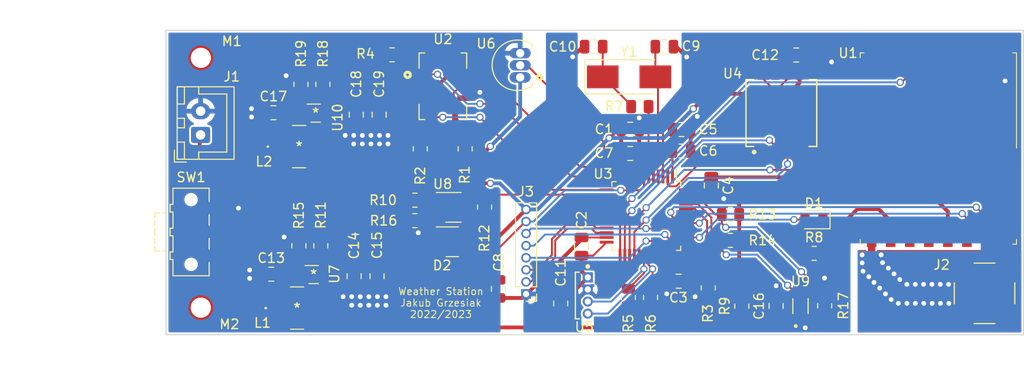
<source format=kicad_pcb>
(kicad_pcb (version 20211014) (generator pcbnew)
  (layers (0 "F.Cu" signal) (31 "B.Cu" signal) (34 "B.Paste" user) (35 "F.Paste" user) (36 "B.SilkS" user "B.Silkscreen") (37 "F.SilkS" user "F.Silkscreen") (38 "B.Mask" user) (39 "F.Mask" user) (44 "Edge.Cuts" user))
  (net 0 "")
  (net 1 "GND")
  (net 2 "+3V3")
  (net 3 "/NRST")
  (net 4 "/HSE_IN")
  (net 5 "Net-(C10-Pad2)")
  (net 6 "Net-(C16-Pad1)")
  (net 7 "+5V")
  (net 8 "Net-(D1-Pad1)")
  (net 9 "/LED")
  (net 10 "Net-(D2-Pad3)")
  (net 11 "+BATT")
  (net 12 "/ANT")
  (net 13 "/SWO")
  (net 14 "/SWCLK")
  (net 15 "/SWDIO")
  (net 16 "Net-(L1-Pad2)")
  (net 17 "Net-(L2-Pad2)")
  (net 18 "Net-(R1-Pad1)")
  (net 19 "Net-(R2-Pad1)")
  (net 20 "/BOOT0")
  (net 21 "Net-(R4-Pad1)")
  (net 22 "/I2C2_SCL")
  (net 23 "/I2C2_SDA")
  (net 24 "/HSE_OUT")
  (net 25 "Net-(R10-Pad2)")
  (net 26 "/ADC1_IN5_BATT")
  (net 27 "/I2C1_SDA")
  (net 28 "/I2C1_SCL")
  (net 29 "Net-(R17-Pad2)")
  (net 30 "/SPI2_MISO")
  (net 31 "/SPI2_MOSI")
  (net 32 "/SPI2_SCK")
  (net 33 "/SPI2_CS1")
  (net 34 "/RFM_RESET")
  (net 38 "/RFM_DIO0")
  (net 39 "/RFM_DIO1")
  (net 41 "/ADC1_IN3_NO2")
  (net 42 "/ADC1_IN4_NH3")
  (net 43 "/ADC1_IN2_CO")
  (net 47 "/ADC1_IN1_TEMP")
  (net 52 "/USART3_TX")
  (net 53 "/USART3_RX")
  (net 60 "/SPI2_CS2")
  (net 61 "/SW_COM")
  (net 62 "/U7_FB")
  (net 63 "/U10_FB")
  (footprint "Connector_PinHeader_1.27mm:PinHeader_1x08_P1.27mm_Vertical" (layer "F.Cu") (at 104.38 81.32 180)
    (fp_text reference "J3")
    (fp_text value "Programming/Debug Connector")
  )
  (footprint "74404043010A:74404043010A" (layer "F.Cu") (at 80.5617 65.83)
    (fp_text reference "L2")
    (fp_text value "1uH 17mR" hide)
  )
  (footprint "Capacitor_SMD:C_0805_2012Metric" (layer "F.Cu") (at 110.2 76.33 -90)
    (fp_text reference "C2")
    (fp_text value "100nF")
  )
  (footprint "RF_Module:HOPERF_RFM69HW" (layer "F.Cu") (at 147.65 66.025 -90)
    (fp_text reference "U1")
    (fp_text value "RFM95W-868S2R")
  )
  (footprint "Resistor_SMD:R_0805_2012Metric" (layer "F.Cu") (at 115.12 81.68 -90)
    (fp_text reference "R5")
    (fp_text value "2k2")
  )
  (footprint "Resistor_SMD:R_0805_2012Metric" (layer "F.Cu") (at 92.7125 73.61 180)
    (fp_text reference "R16")
    (fp_text value "100k")
  )
  (footprint "Capacitor_SMD:C_0805_2012Metric" (layer "F.Cu") (at 101.48 80.785 90)
    (fp_text reference "C8")
    (fp_text value "100nF")
  )
  (footprint "Capacitor_SMD:C_0805_2012Metric" (layer "F.Cu") (at 115.316 66.548 180)
    (fp_text reference "C7")
    (fp_text value "10nF")
  )
  (footprint "Capacitor_SMD:C_0805_2012Metric" (layer "F.Cu") (at 132.725 56.200001 180)
    (fp_text reference "C12")
    (fp_text value "100nF")
  )
  (footprint "Capacitor_SMD:C_0805_2012Metric" (layer "F.Cu") (at 120.7 64.035001 180)
    (fp_text reference "C5")
    (fp_text value "4.7uF")
  )
  (footprint "Resistor_SMD:R_0805_2012Metric" (layer "F.Cu") (at 125.8375 75.6825)
    (fp_text reference "R14")
    (fp_text value "4k7")
  )
  (footprint "TPS61023DRLR:TPS61023DRLR" (layer "F.Cu") (at 82.0844 79.275)
    (fp_text reference "U7")
    (fp_text value "TPS61023DRLR" hide)
  )
  (footprint "74404043010A:74404043010A" (layer "F.Cu") (at 80.3417 82.795)
    (fp_text reference "L1")
    (fp_text value "1uH 17mR" hide)
  )
  (footprint "KP254:Infineon-KP254-Manufacturer_Recommended" (layer "F.Cu") (at 131.175 62.3 90)
    (fp_text reference "U4")
    (fp_text value "KP254" hide)
  )
  (footprint "Resistor_SMD:R_0805_2012Metric" (layer "F.Cu") (at 134.62 77.05 180)
    (fp_text reference "R8")
    (fp_text value "100R")
  )
  (footprint "Resistor_SMD:R_0805_2012Metric" (layer "F.Cu") (at 117.445 81.68 -90)
    (fp_text reference "R6")
    (fp_text value "2k2")
  )
  (footprint "MOLEX_SMA_73251-1350:MOLEX_73251-1350" (layer "F.Cu") (at 152.5 81.25)
    (fp_text reference "J2")
    (fp_text value "SMA Antenna Connector")
  )
  (footprint "MICS-6814:SENSOR_MICS-6814" (layer "F.Cu") (at 95.6525 59.485)
    (fp_text reference "U2")
    (fp_text value "MICS-6814")
  )
  (footprint "Resistor_SMD:R_0805_2012Metric" (layer "F.Cu") (at 116.325 61.625)
    (fp_text reference "R7")
    (fp_text value "390R")
  )
  (footprint "Mounting_Wuerth:Mounting_Wuerth_WA-SMSI-M1.6_H2.5mm_9774025633" (layer "F.Cu") (at 70.25 56.5)
    (fp_text reference "M1")
    (fp_text value "Mounting_Wuerth_WA-SMSI-M1.6_H2.5mm_9774025633")
  )
  (footprint "TMP36GT9Z:TO92127P521H733-3" (layer "F.Cu") (at 102.984508 57.28 90)
    (fp_text reference "U6")
    (fp_text value "TMP36GT9Z" hide)
  )
  (footprint "Package_TO_SOT_SMD:SOT-23" (layer "F.Cu") (at 96.6325 75.83)
    (fp_text reference "D2")
    (fp_text value "BAT54S")
  )
  (footprint "Capacitor_SMD:C_0805_2012Metric" (layer "F.Cu") (at 108.02 82.31 90)
    (fp_text reference "C11")
    (fp_text value "0.22uF")
  )
  (footprint "Package_TO_SOT_SMD:SOT-23-5" (layer "F.Cu") (at 96.7625 72.21)
    (fp_text reference "U8")
    (fp_text value "INA180A1")
  )
  (footprint "Capacitor_SMD:C_0805_2012Metric" (layer "F.Cu") (at 88.74 79.445 -90)
    (fp_text reference "C15")
    (fp_text value "2.2uF 7.77mR")
  )
  (footprint "Resistor_SMD:R_0805_2012Metric" (layer "F.Cu") (at 92.7125 71.46)
    (fp_text reference "R10")
    (fp_text value "100k")
  )
  (footprint "Resistor_SMD:R_0805_2012Metric" (layer "F.Cu") (at 97.99 66.06 -90)
    (fp_text reference "R1")
    (fp_text value "820R")
  )
  (footprint "Capacitor_SMD:C_0805_2012Metric" (layer "F.Cu") (at 120.4 79.975)
    (fp_text reference "C3")
    (fp_text value "100nF")
  )
  (footprint "Resistor_SMD:R_0805_2012Metric" (layer "F.Cu") (at 83.06 59.28 -90)
    (fp_text reference "R18")
    (fp_text value "732k")
  )
  (footprint "Connector_JST:JST_XH_B2B-XH-A_1x02_P2.50mm_Vertical" (layer "F.Cu") (at 70.225 64.6 90)
    (fp_text reference "J1")
    (fp_text value "JST-XH")
  )
  (footprint "Capacitor_SMD:C_0805_2012Metric" (layer "F.Cu") (at 115.316 64.008 180)
    (fp_text reference "C1")
    (fp_text value "100nF")
  )
  (footprint "Resistor_SMD:R_0805_2012Metric" (layer "F.Cu") (at 93.2775 66.06 -90)
    (fp_text reference "R2")
    (fp_text value "27R")
  )
  (footprint "Capacitor_SMD:C_0805_2012Metric" (layer "F.Cu") (at 86.34 79.445 -90)
    (fp_text reference "C14")
    (fp_text value "2.2uF 7.77mR")
  )
  (footprint "Resistor_SMD:R_0805_2012Metric" (layer "F.Cu") (at 125.8375 72.9575)
    (fp_text reference "R13")
    (fp_text value "4k7")
  )
  (footprint "HIH7120-021-001:Honeywell-HIH7120-021-001-Recommended_Land_Pattern_" (layer "F.Cu") (at 110.51 81.475 -90)
    (fp_text reference "U5")
    (fp_text value "HIH6020-021-001" hide)
  )
  (footprint "Capacitor_SMD:C_0805_2012Metric" (layer "F.Cu") (at 130.625 82.5775 90)
    (fp_text reference "C16")
    (fp_text value "0.1uF")
  )
  (footprint "Capacitor_SMD:C_0805_2012Metric" (layer "F.Cu") (at 88.96 62.48 -90)
    (fp_text reference "C19")
    (fp_text value "2.2uF 7.77mR" hide)
  )
  (footprint "Resistor_SMD:R_0805_2012Metric" (layer "F.Cu") (at 127.024999 82.5975 90)
    (fp_text reference "R9")
    (fp_text value "1k")
  )
  (footprint "Capacitor_SMD:C_0805_2012Metric" (layer "F.Cu") (at 86.56 62.48 -90)
    (fp_text reference "C18")
    (fp_text value "2.2uF 7.77mR" hide)
  )
  (footprint "Capacitor_SMD:C_0805_2012Metric" (layer "F.Cu") (at 111.475 55.325)
    (fp_text reference "C10")
    (fp_text value "20pF")
  )
  (footprint "Capacitor_SMD:C_0805_2012Metric" (layer "F.Cu") (at 123.825 69.925 90)
    (fp_text reference "C4")
    (fp_text value "100nF")
  )
  (footprint "TPS61023DRLR:TPS61023DRLR" (layer "F.Cu") (at 82.3044 62.31)
    (fp_text reference "U10")
    (fp_text value "TPS61023DRLR" hide)
  )
  (footprint "Package_QFP:LQFP-48_7x7mm_P0.5mm" (layer "F.Cu") (at 117 73.125 -90)
    (fp_text reference "U3")
    (fp_text value "STM32F301C8T6TR")
  )
  (footprint "Capacitor_SMD:C_0805_2012Metric" (layer "F.Cu") (at 77.86 62.27 180)
    (fp_text reference "C17")
    (fp_text value "10uF 3mR" hide)
  )
  (footprint "Capacitor_SMD:C_0805_2012Metric" (layer "F.Cu") (at 120.7 66.295001 180)
    (fp_text reference "C6")
    (fp_text value "1uF")
  )
  (footprint "Mounting_Wuerth:Mounting_Wuerth_WA-SMSI-M1.6_H2.5mm_9774025633" (layer "F.Cu") (at 70.25 82.75)
    (fp_text reference "M2")
    (fp_text value "Mounting_Wuerth_WA-SMSI-M1.6_H2.5mm_9774025633")
  )
  (footprint "Resistor_SMD:R_0805_2012Metric" (layer "F.Cu") (at 80.76 59.28 90)
    (fp_text reference "R19")
    (fp_text value "100k")
  )
  (footprint "Button_Switch_SMD:SW_SPDT_CK-JS102011SAQN" (layer "F.Cu") (at 69.225 74.8 -90)
    (fp_text reference "SW1")
    (fp_text value "SW_MAIN_PWR")
  )
  (footprint "Resistor_SMD:R_0805_2012Metric" (layer "F.Cu") (at 123.5 80.675 90)
    (fp_text reference "R3")
    (fp_text value "10k")
  )
  (footprint "Crystal:Crystal_SMD_Abracon_ABM3-2Pin_5.0x3.2mm_HandSoldering" (layer "F.Cu") (at 115.1875 58.5)
    (fp_text reference "Y1")
    (fp_text value "ABM3-8.000MHZ-D2Y")
  )
  (footprint "Resistor_SMD:R_0805_2012Metric" (layer "F.Cu") (at 80.54 76.2475 90)
    (fp_text reference "R15")
    (fp_text value "100k")
  )
  (footprint "Capacitor_SMD:C_0805_2012Metric" (layer "F.Cu") (at 77.64 79.235 180)
    (fp_text reference "C13")
    (fp_text value "2.2uF 4.06mR")
  )
  (footprint "Capacitor_SMD:C_0805_2012Metric" (layer "F.Cu") (at 118.9 55.325 180)
    (fp_text reference "C9")
    (fp_text value "20pF")
  )
  (footprint "Resistor_SMD:R_0805_2012Metric" (layer "F.Cu") (at 100.025 72.19 -90)
    (fp_text reference "R12")
    (fp_text value "200R")
  )
  (footprint "Resistor_SMD:R_0805_2012Metric" (layer "F.Cu") (at 82.84 76.2475 -90)
    (fp_text reference "R11")
    (fp_text value "453k")
  )
  (footprint "Resistor_SMD:R_0805_2012Metric" (layer "F.Cu") (at 90.32 56.185 180)
    (fp_text reference "R4")
    (fp_text value "130R")
  )
  (footprint "LED_SMD:LED_0805_2012Metric" (layer "F.Cu") (at 134.6 73.5 180)
    (fp_text reference "D1")
    (fp_text value "LED")
  )
  (footprint "BH1750FVI-TR:XDCR_BH1750FVI-TR" (layer "F.Cu") (at 133.18 82.59 90)
    (fp_text reference "U9")
    (fp_text value "BH1750FVI-TR")
  )
  (footprint "Resistor_SMD:R_0805_2012Metric" (layer "F.Cu") (at 135.72 82.56 -90)
    (fp_text reference "R17")
    (fp_text value "10k")
  )
  (gr_rect (start 66.6 53.6) (end 156.6 85.6) (layer "Edge.Cuts") (width 0.1) (fill none))
  (gr_text "Weather Station\nJakub Grzesiak\n2022/2023" (at 95.44 82.25) (layer "F.SilkS") (effects (font (size 0.75 0.75) (thickness 0.1))))
  (segment (start 97.9025 60.735) (end 98.93 60.735) (width 0.4) (layer "F.Cu") (net 1))
  (segment (start 97.1475 56.01) (end 103.764508 56.01) (width 0.4) (layer "F.Cu") (net 1))
  (segment (start 130.065 59.51) (end 129.27 58.715) (width 0.2) (layer "F.Cu") (net 1))
  (segment (start 121.2375 56.4125) (end 121.24 56.41) (width 0.4) (layer "F.Cu") (net 1))
  (segment (start 133.7075 77.05) (end 133.7075 77.6975) (width 0.4) (layer "F.Cu") (net 1))
  (segment (start 122.1375 81.5875) (end 122.125 81.6) (width 0.4) (layer "F.Cu") (net 1))
  (segment (start 123.5 81.5875) (end 122.1375 81.5875) (width 0.4) (layer "F.Cu") (net 1))
  (segment (start 86.080132 81.601675) (end 85.180132 81.601675) (width 0.4) (layer "F.Cu") (net 1))
  (segment (start 131.81 58.735) (end 131.035 59.51) (width 0.2) (layer "F.Cu") (net 1))
  (segment (start 76.005 62.27) (end 76.005 62.285) (width 0.4) (layer "F.Cu") (net 1))
  (segment (start 136.45 56.925) (end 134.55 55.025) (width 0.4) (layer "F.Cu") (net 1))
  (segment (start 108.02 83.26) (end 108.45 83.26) (width 0.4) (layer "F.Cu") (net 1))
  (segment (start 119.15 81.3) (end 119.45 81) (width 0.4) (layer "F.Cu") (net 1))
  (segment (start 75.81 79.235) (end 75.81 79.24) (width 0.4) (layer "F.Cu") (net 1))
  (segment (start 96.9225 57.6025) (end 95.04 59.485) (width 0.4) (layer "F.Cu") (net 1))
  (segment (start 88.780132 81.601675) (end 88.780132 82.501675) (width 0.4) (layer "F.Cu") (net 1))
  (segment (start 110.2 75.38) (end 112.8325 75.38) (width 0.2) (layer "F.Cu") (net 1))
  (segment (start 112.8325 75.38) (end 112.8375 75.375) (width 0.2) (layer "F.Cu") (net 1))
  (segment (start 86.3 64.65) (end 86.3 65.55) (width 0.4) (layer "F.Cu") (net 1))
  (segment (start 125.127701 71.302299) (end 124.700402 70.875) (width 0.4) (layer "F.Cu") (net 1))
  (segment (start 133.7075 77.6975) (end 135.72 79.71) (width 0.4) (layer "F.Cu") (net 1))
  (segment (start 79.2075 58.3675) (end 79.2 58.375) (width 0.4) (layer "F.Cu") (net 1))
  (segment (start 121.65 64.035001) (end 121.65 63.35) (width 0.4) (layer "F.Cu") (net 1))
  (segment (start 119.85 55.325) (end 120.15 55.325) (width 0.4) (layer "F.Cu") (net 1))
  (segment (start 121.65 64.035001) (end 121.65 66.295001) (width 0.4) (layer "F.Cu") (net 1))
  (segment (start 76.005 62.27) (end 75.575 61.84) (width 0.4) (layer "F.Cu") (net 1))
  (segment (start 116.2525 64.035001) (end 116.2525 66.295001) (width 0.4) (layer "F.Cu") (net 1))
  (segment (start 88.74 80.395) (end 88.74 81.561543) (width 0.4) (layer "F.Cu") (net 1))
  (segment (start 96.22 72.21) (end 96.78 72.77) (width 0.4) (layer "F.Cu") (net 1))
  (segment (start 116.2525 62.8125) (end 116.2525 64.035001) (width 0.4) (layer "F.Cu") (net 1))
  (segment (start 96.78 72.77) (end 96.78 74.14) (width 0.4) (layer "F.Cu") (net 1))
  (segment (start 86.3 64.65) (end 87.2 64.65) (width 0.4) (layer "F.Cu") (net 1))
  (segment (start 96.9225 56.235) (end 96.9225 57.6025) (width 0.4) (layer "F.Cu") (net 1))
  (segment (start 86.080132 82.501675) (end 86.980132 82.501675) (width 0.4) (layer "F.Cu") (net 1))
  (segment (start 89 65.55) (end 88.1 65.55) (width 0.4) (layer "F.Cu") (net 1))
  (segment (start 130.625 81.6275) (end 130.625 80.45) (width 0.4) (layer "F.Cu") (net 1))
  (segment (start 88.780132 82.501675) (end 89.680132 82.501675) (width 0.4) (layer "F.Cu") (net 1))
  (segment (start 131.035 59.51) (end 130.065 59.51) (width 0.2) (layer "F.Cu") (net 1))
  (segment (start 124.700402 70.875) (end 123.825 70.875) (width 0.4) (layer "F.Cu") (net 1))
  (segment (start 141.39 72.4) (end 139.15 72.4) (width 0.4) (layer "F.Cu") (net 1))
  (segment (start 88.96 64.61) (end 89 64.65) (width 0.4) (layer "F.Cu") (net 1))
  (segment (start 76.91 62.27) (end 76.005 62.27) (width 0.4) (layer "F.Cu") (net 1))
  (segment (start 78.99 75.33) (end 78.995 75.335) (width 0.4) (layer "F.Cu") (net 1))
  (segment (start 86.080132 80.654868) (end 86.34 80.395) (width 0.4) (layer "F.Cu") (net 1))
  (segment (start 91.8 73.61) (end 93.07 74.88) (width 0.4) (layer "F.Cu") (net 1))
  (segment (start 110.859 80.851) (end 110.859 80.84) (width 0.4) (layer "F.Cu") (net 1))
  (segment (start 141.39 72.4) (end 142.65 73.66) (width 0.4) (layer "F.Cu") (net 1))
  (segment (start 104.38 81.32) (end 104.455 81.32) (width 0.4) (layer "F.Cu") (net 1))
  (segment (start 135.72 79.71) (end 135.72 81.6475) (width 0.4) (layer "F.Cu") (net 1))
  (segment (start 75.81 79.235) (end 76.69 79.235) (width 0.4) (layer "F.Cu") (net 1))
  (segment (start 142.65 73.66) (end 142.65 75.125) (width 0.4) (layer "F.Cu") (net 1))
  (segment (start 121.65 63.35) (end 122.35 62.65) (width 0.4) (layer "F.Cu") (net 1))
  (segment (start 121.1625 70.875) (end 123.825 70.875) (width 0.2) (layer "F.Cu") (net 1))
  (segment (start 86.3 64.65) (end 86.3 63.69) (width 0.4) (layer "F.Cu") (net 1))
  (segment (start 96.78 74.14) (end 96.04 74.88) (width 0.4) (layer "F.Cu") (net 1))
  (segment (start 89 64.65) (end 89.9 64.65) (width 0.4) (layer "F.Cu") (net 1))
  (segment (start 88.74 81.561543) (end 88.780132 81.601675) (width 0.4) (layer "F.Cu") (net 1))
  (segment (start 86.080132 81.601675) (end 86.980132 81.601675) (width 0.4) (layer "F.Cu") (net 1))
  (segment (start 131.81 56.235001) (end 131.81 58.200001) (width 0.2) (layer "F.Cu") (net 1))
  (segment (start 154.65 56.925) (end 154.65 58.925) (width 0.4) (layer "F.Cu") (net 1))
  (segment (start 108.45 83.26) (end 110.859 80.851) (width 0.4) (layer "F.Cu") (net 1))
  (segment (start 119.25 79.775) (end 119.45 79.975) (width 0.2) (layer "F.Cu") (net 1))
  (segment (start 119.45 81) (end 119.45 79.975) (width 0.4) (layer "F.Cu") (net 1))
  (segment (start 131.775 56.200001) (end 131.81 56.235001) (width 0.2) (layer "F.Cu") (net 1))
  (segment (start 75.81 79.24) (end 75.375 79.675) (width 0.4) (layer "F.Cu") (net 1))
  (segment (start 131.775 55.775) (end 131.775 56.200001) (width 0.4) (layer "F.Cu") (net 1))
  (segment (start 110.35 55.325) (end 109.275 56.4) (width 0.4) (layer "F.Cu") (net 1))
  (segment (start 116.25 66.297501) (end 116.2525 66.295001) (width 0.2) (layer "F.Cu") (net 1))
  (segment (start 76.005 62.285) (end 75.575 62.715) (width 0.4) (layer "F.Cu") (net 1))
  (segment (start 119.25 77.2875) (end 119.25 79.775) (width 0.2) (layer "F.Cu") (net 1))
  (segment (start 96.9225 56.235) (end 97.1475 56.01) (width 0.4) (layer "F.Cu") (net 1))
  (segment (start 110.2 75.575) (end 110.2 75.38) (width 0.4) (layer "F.Cu") (net 1))
  (segment (start 120.15 55.325) (end 121.2375 56.4125) (width 0.4) (layer "F.Cu") (net 1))
  (segment (start 88.780132 81.601675) (end 87.880132 81.601675) (width 0.4) (layer "F.Cu") (net 1))
  (segment (start 86.080132 81.601675) (end 86.080132 82.501675) (width 0.4) (layer "F.Cu") (net 1))
  (segment (start 134.55 55.025) (end 132.525 55.025) (width 0.4) (layer "F.Cu") (net 1))
  (segment (start 89 64.65) (end 89 65.55) (width 0.4) (layer "F.Cu") (net 1))
  (segment (start 80.76 58.3675) (end 79.2075 58.3675) (width 0.4) (layer "F.Cu") (net 1))
  (segment (start 88.780132 81.601675) (end 89.680132 81.601675) (width 0.4) (layer "F.Cu") (net 1))
  (segment (start 137.58 77.85) (end 135.72 79.71) (width 0.4) (layer "F.Cu") (net 1))
  (segment (start 71.975 72.3) (end 74.2 72.3) (width 0.4) (layer "F.Cu") (net 1))
  (segment (start 89 65.55) (end 89.9 65.55) (width 0.4) (layer "F.Cu") (net 1))
  (segment (start 95.625 72.21) (end 96.22 72.21) (width 0.4) (layer "F.Cu") (net 1))
  (segment (start 133.68 84.87) (end 133.68 83.965) (width 0.2) (layer "F.Cu") (net 1))
  (segment (start 110.525 55.325) (end 110.35 55.325) (width 0.4) (layer "F.Cu") (net 1))
  (segment (start 88.780132 82.501675) (end 87.880132 82.501675) (width 0.4) (layer "F.Cu") (net 1))
  (segment (start 116.25 68.9625) (end 116.25 66.297501) (width 0.2) (layer "F.Cu") (net 1))
  (segment (start 75.375 78.8) (end 75.81 79.235) (width 0.4) (layer "F.Cu") (net 1))
  (segment (start 132.525 55.025) (end 131.775 55.775) (width 0.4) (layer "F.Cu") (net 1))
  (segment (start 104.455 81.32) (end 110.2 75.575) (width 0.4) (layer "F.Cu") (net 1))
  (segment (start 95.04 59.485) (end 93.4025 59.485) (width 0.4) (layer "F.Cu") (net 1))
  (segment (start 85.4 64.65) (end 86.3 64.65) (width 0.4) (layer "F.Cu") (net 1))
  (segment (start 101.48 81.735) (end 103.965 81.735) (width 0.4) (layer "F.Cu") (net 1))
  (segment (start 96.04 74.88) (end 95.695 74.88) (width 0.4) (layer "F.Cu") (net 1))
  (segment (start 86.080132 81.601675) (end 86.080132 80.654868) (width 0.4) (layer "F.Cu") (net 1))
  (segment (start 88.96 63.43) (end 88.96 64.61) (width 0.4) (layer "F.Cu") (net 1))
  (segment (start 116.25 62.81) (end 116.2525 62.8125) (width 0.4) (layer "F.Cu") (net 1))
  (segment (start 93.07 74.88) (end 95.695 74.88) (width 0.4) (layer "F.Cu") (net 1))
  (segment (start 131.81 58.200001) (end 131.81 58.735) (width 0.2) (layer "F.Cu") (net 1))
  (segment (start 89 64.65) (end 88.1 64.65) (width 0.4) (layer "F.Cu") (net 1))
  (segment (start 86.3 63.69) (end 86.56 63.43) (width 0.4) (layer "F.Cu") (net 1))
  (segment (start 137.58 73.97) (end 137.58 77.85) (width 0.4) (layer "F.Cu") (net 1))
  (segment (start 103.965 81.735) (end 104.38 81.32) (width 0.4) (layer "F.Cu") (net 1))
  (segment (start 78.995 75.335) (end 80.54 75.335) (width 0.4) (layer "F.Cu") (net 1))
  (segment (start 140.65 56.925) (end 136.45 56.925) (width 0.4) (layer "F.Cu") (net 1))
  (segment (start 139.15 72.4) (end 137.58 73.97) (width 0.4) (layer "F.Cu") (net 1))
  (segment (start 98.93 60.735) (end 99.54 60.125) (width 0.4) (layer "F.Cu") (net 1))
  (segment (start 86.3 65.55) (end 87.2 65.55) (width 0.4) (layer "F.Cu") (net 1))
  (via (at 121.24 56.41) (size 0.75) (drill 0.5) (layers "F.Cu" "B.Cu") (net 1))
  (via (at 88.780132 82.501675) (size 0.75) (drill 0.5) (layers "F.Cu" "B.Cu") (net 1))
  (via (at 145.235716 82.3) (size 0.75) (drill 0.5) (layers "F.Cu" "B.Cu") (net 1))
  (via (at 154.65 58.925) (size 0.75) (drill 0.5) (layers "F.Cu" "B.Cu") (net 1))
  (via (at 87.880132 82.501675) (size 0.75) (drill 0.5) (layers "F.Cu" "B.Cu") (net 1))
  (via (at 140.9 80.1) (size 0.75) (drill 0.5) (layers "F.Cu" "B.Cu") (net 1))
  (via (at 140.35 79.5) (size 0.75) (drill 0.5) (layers "F.Cu" "B.Cu") (net 1))
  (via (at 75.375 79.675) (size 0.75) (drill 0.5) (layers "F.Cu" "B.Cu") (net 1))
  (via (at 119.15 81.3) (size 0.75) (drill 0.5) (layers "F.Cu" "B.Cu") (net 1))
  (via (at 86.980132 81.601675) (size 0.75) (drill 0.5) (layers "F.Cu" "B.Cu") (net 1))
  (via (at 143 79.2) (size 0.75) (drill 0.5) (layers "F.Cu" "B.Cu") (net 1))
  (via (at 86.3 65.55) (size 0.75) (drill 0.5) (layers "F.Cu" "B.Cu") (net 1))
  (via (at 88.1 65.55) (size 0.75) (drill 0.5) (layers "F.Cu" "B.Cu") (net 1))
  (via (at 75.575 61.84) (size 0.75) (drill 0.5) (layers "F.Cu" "B.Cu") (net 1))
  (via (at 89.680132 81.601675) (size 0.75) (drill 0.5) (layers "F.Cu" "B.Cu") (net 1))
  (via (at 88.1 64.65) (size 0.75) (drill 0.5) (layers "F.Cu" "B.Cu") (net 1))
  (via (at 93.07 74.88) (size 0.75) (drill 0.5) (layers "F.Cu" "B.Cu") (net 1))
  (via (at 75.375 78.8) (size 0.75) (drill 0.5) (layers "F.Cu" "B.Cu") (net 1))
  (via (at 142.7 81.9) (size 0.75) (drill 0.5) (layers "F.Cu" "B.Cu") (net 1))
  (via (at 146.117858 82.3) (size 0.75) (drill 0.5) (layers "F.Cu" "B.Cu") (net 1))
  (via (at 147.85 80.3) (size 0.75) (drill 0.5) (layers "F.Cu" "B.Cu") (net 1))
  (via (at 116.25 62.81) (size 0.75) (drill 0.5) (layers "F.Cu" "B.Cu") (net 1))
  (via (at 88.780132 81.601675) (size 0.75) (drill 0.5) (layers "F.Cu" "B.Cu") (net 1))
  (via (at 86.080132 82.501675) (size 0.75) (drill 0.5) (layers "F.Cu" "B.Cu") (net 1))
  (via (at 125.127701 71.302299) (size 0.75) (drill 0.5) (layers "F.Cu" "B.Cu") (net 1))
  (via (at 89.9 65.55) (size 0.75) (drill 0.5) (layers "F.Cu" "B.Cu") (net 1))
  (via (at 135.71 79.64) (size 0.75) (drill 0.5) (layers "F.Cu" "B.Cu") (net 1))
  (via (at 147.867858 82.3) (size 0.75) (drill 0.5) (layers "F.Cu" "B.Cu") (net 1))
  (via (at 85.4 64.65) (size 0.75) (drill 0.5) (layers "F.Cu" "B.Cu") (net 1))
  (via (at 144.353574 82.3) (size 0.75) (drill 0.5) (layers "F.Cu" "B.Cu") (net 1))
  (via (at 146.1 80.3) (size 0.75) (drill 0.5) (layers "F.Cu" "B.Cu") (net 1))
  (via (at 78.99 75.33) (size 0.75) (drill 0.5) (layers "F.Cu" "B.Cu") (net 1))
  (via (at 143.6 79.8) (size 0.75) (drill 0.5) (layers "F.Cu" "B.Cu") (net 1))
  (via (at 89 65.55) (size 0.75) (drill 0.5) (layers "F.Cu" "B.Cu") (net 1))
  (via (at 139.746432 78.925) (size 0.75) (drill 0.5) (layers "F.Cu" "B.Cu") (net 1))
  (via (at 85.180132 81.601675) (size 0.75) (drill 0.5) (layers "F.Cu" "B.Cu") (net 1))
  (via (at 144.35 80.3) (size 0.75) (drill 0.5) (layers "F.Cu" "B.Cu") (net 1))
  (via (at 89.9 64.65) (size 0.75) (drill 0.5) (layers "F.Cu" "B.Cu") (net 1))
  (via (at 141.8 78.025) (size 0.75) (drill 0.5) (layers "F.Cu" "B.Cu") (net 1))
  (via (at 145.225 80.3) (size 0.75) (drill 0.5) (layers "F.Cu" "B.Cu") (net 1))
  (via (at 89 64.65) (size 0.75) (drill 0.5) (layers "F.Cu" "B.Cu") (net 1))
  (via (at 79.2 58.375) (size 0.75) (drill 0.5) (layers "F.Cu" "B.Cu") (net 1))
  (via (at 148.725 80.3) (size 0.75) (drill 0.5) (layers "F.Cu" "B.Cu") (net 1))
  (via (at 146.975 80.3) (size 0.75) (drill 0.5) (layers "F.Cu" "B.Cu") (net 1))
  (via (at 87.2 65.55) (size 0.75) (drill 0.5) (layers "F.Cu" "B.Cu") (net 1))
  (via (at 87.880132 81.601675) (size 0.75) (drill 0.5) (layers "F.Cu" "B.Cu") (net 1))
  (via (at 148.75 82.3) (size 0.75) (drill 0.5) (layers "F.Cu" "B.Cu") (net 1))
  (via (at 139.65 77.2) (size 0.75) (drill 0.5) (layers "F.Cu" "B.Cu") (net 1))
  (via (at 99.54 60.125) (size 0.75) (drill 0.5) (layers "F.Cu" "B.Cu") (net 1))
  (via (at 89.680132 82.501675) (size 0.75) (drill 0.5) (layers "F.Cu" "B.Cu") (net 1))
  (via (at 122.35 62.65) (size 0.75) (drill 0.5) (layers "F.Cu" "B.Cu") (net 1))
  (via (at 141.65 77.2) (size 0.75) (drill 0.5) (layers "F.Cu" "B.Cu") (net 1))
  (via (at 86.980132 82.501675) (size 0.75) (drill 0.5) (layers "F.Cu" "B.Cu") (net 1))
  (via (at 143.45 82.3) (size 0.75) (drill 0.5) (layers "F.Cu" "B.Cu") (net 1))
  (via (at 147 82.3) (size 0.75) (drill 0.5) (layers "F.Cu" "B.Cu") (net 1))
  (via (at 130.625 80.45) (size 0.75) (drill 0.5) (layers "F.Cu" "B.Cu") (net 1))
  (via (at 139.65 78.05) (size 0.75) (drill 0.5) (layers "F.Cu" "B.Cu") (net 1))
  (via (at 74.2 72.3) (size 0.75) (drill 0.5) (layers "F.Cu" "B.Cu") (net 1))
  (via (at 142.4 78.6) (size 0.75) (drill 0.5) (layers "F.Cu" "B.Cu") (net 1))
  (via (at 109.275 56.4) (size 0.75) (drill 0.5) (layers "F.Cu" "B.Cu") (net 1))
  (via (at 133.68 84.87) (size 0.75) (drill 0.5) (layers "F.Cu" "B.Cu") (net 1))
  (via (at 136.45 56.93) (size 0.75) (drill 0.5) (layers "F.Cu" "B.Cu") (net 1))
  (via (at 142.1 81.3) (size 0.75) (drill 0.5) (layers "F.Cu" "B.Cu") (net 1))
  (via (at 86.080132 81.601675) (size 0.75) (drill 0.5) (layers "F.Cu" "B.Cu") (net 1))
  (via (at 75.575 62.715) (size 0.75) (drill 0.5) (layers "F.Cu" "B.Cu") (net 1))
  (via (at 87.2 64.65) (size 0.75) (drill 0.5) (layers "F.Cu" "B.Cu") (net 1))
  (via (at 122.125 81.6) (size 0.75) (drill 0.5) (layers "F.Cu" "B.Cu") (net 1))
  (via (at 86.3 64.65) (size 0.75) (drill 0.5) (layers "F.Cu" "B.Cu") (net 1))
  (via (at 141.5 80.7) (size 0.75) (drill 0.5) (layers "F.Cu" "B.Cu") (net 1))
  (segment (start 122.15 70.375) (end 123.55 68.975) (width 0.2) (layer "F.Cu") (net 2))
  (segment (start 113.989999 64.035001) (end 113.1 64.925) (width 0.4) (layer "F.Cu") (net 2))
  (segment (start 104.38 72.43) (end 95.9 80.91) (width 0.4) (layer "F.Cu") (net 2))
  (segment (start 91.11 76.78) (end 89.395 78.495) (width 0.4) (layer "F.Cu") (net 2))
  (segment (start 123.55 68.975) (end 123.825 68.975) (width 0.2) (layer "F.Cu") (net 2))
  (segment (start 121.935339 61.851777) (end 121.933225 61.851777) (width 0.4) (layer "F.Cu") (net 2))
  (segment (start 95.695 76.78) (end 91.11 76.78) (width 0.4) (layer "F.Cu") (net 2))
  (segment (start 132.68 83.965) (end 131.815 84.83) (width 0.2) (layer "F.Cu") (net 2))
  (segment (start 114.3525 64.035001) (end 114.3525 66.295001) (width 0.4) (layer "F.Cu") (net 2))
  (segment (start 111.4325 77.28) (end 112.8375 75.875) (width 0.2) (layer "F.Cu") (net 2))
  (segment (start 115.75 68) (end 114.3525 66.6025) (width 0.2) (layer "F.Cu") (net 2))
  (segment (start 107.79 81.36) (end 104.32 84.83) (width 0.4) (layer "F.Cu") (net 2))
  (segment (start 148.65 72.65) (end 148.65 75.125) (width 0.4) (layer "F.Cu") (net 2))
  (segment (start 103.995 84.83) (end 112.8825 84.83) (width 0.4) (layer "F.Cu") (net 2))
  (segment (start 131.925 60.275) (end 133.08 59.12) (width 0.4) (layer "F.Cu") (net 2))
  (segment (start 119.75 68.9625) (end 119.75 66.295001) (width 0.2) (layer "F.Cu") (net 2))
  (segment (start 137.41 69.06) (end 123.91 69.06) (width 0.4) (layer "F.Cu") (net 2))
  (segment (start 95.73 84.83) (end 102.485 84.83) (width 0.4) (layer "F.Cu") (net 2))
  (segment (start 133.08 59.12) (end 133.08 58.200001) (width 0.4) (layer "F.Cu") (net 2))
  (segment (start 131.815 84.83) (end 123.879999 84.83) (width 0.2) (layer "F.Cu") (net 2))
  (segment (start 110.859 79.57) (end 110.2 78.911) (width 0.4) (layer "F.Cu") (net 2))
  (segment (start 121.933225 61.851777) (end 121.930001 61.855001) (width 0.4) (layer "F.Cu") (net 2))
  (segment (start 133.675 57.605001) (end 133.675 56.200001) (width 0.2) (layer "F.Cu") (net 2))
  (segment (start 121.930001 61.855001) (end 123.510001 60.275) (width 0.4) (layer "F.Cu") (net 2))
  (segment (start 119.5 82.63) (end 121.35 80.78) (width 0.4) (layer "F.Cu") (net 2))
  (segment (start 121.35 80.78) (end 121.35 79.975) (width 0.4) (layer "F.Cu") (net 2))
  (segment (start 123.510001 60.275) (end 131.925 60.275) (width 0.4) (layer "F.Cu") (net 2))
  (segment (start 117.445 82.5925) (end 119.1975 82.5925) (width 0.4) (layer "F.Cu") (net 2))
  (segment (start 104.32 84.83) (end 103.995 84.83) (width 0.4) (layer "F.Cu") (net 2))
  (segment (start 119.75 77.2875) (end 119.75 78.275) (width 0.2) (layer "F.Cu") (net 2))
  (segment (start 119.75 78.275) (end 121.35 79.875) (width 0.2) (layer "F.Cu") (net 2))
  (segment (start 123.879999 84.83) (end 127.024999 81.685) (width 0.4) (layer "F.Cu") (net 2))
  (segment (start 126.75 81.410001) (end 127.024999 81.685) (width 0.4) (layer "F.Cu") (net 2))
  (segment (start 112.8825 84.83) (end 123.879999 84.83) (width 0.4) (layer "F.Cu") (net 2))
  (segment (start 119.235 82.63) (end 119.5 82.63) (width 0.4) (layer "F.Cu") (net 2))
  (segment (start 126.75 72.9575) (end 126.75 71.9) (width 0.4) (layer "F.Cu") (net 2))
  (segment (start 123.91 69.06) (end 123.825 68.975) (width 0.4) (layer "F.Cu") (net 2))
  (segment (start 89.395 78.495) (end 91.81 80.91) (width 0.4) (layer "F.Cu") (net 2))
  (segment (start 114.3525 66.6025) (end 114.3525 66.295001) (width 0.2) (layer "F.Cu") (net 2))
  (segment (start 110.2 77.28) (end 111.4325 77.28) (width 0.2) (layer "F.Cu") (net 2))
  (segment (start 88.74 78.495) (end 89.395 78.495) (width 0.4) (layer "F.Cu") (net 2))
  (segment (start 99.47 69.69) (end 100.64 69.69) (width 0.4) (layer "F.Cu") (net 2))
  (segment (start 119.75 64.035001) (end 121.930001 61.855001) (width 0.4) (layer "F.Cu") (net 2))
  (segment (start 115.75 68.9625) (end 115.75 68) (width 0.2) (layer "F.Cu") (net 2))
  (segment (start 133.08 58.200001) (end 133.675 57.605001) (width 0.2) (layer "F.Cu") (net 2))
  (segment (start 119.1975 82.5925) (end 119.235 82.63) (width 0.4) (layer "F.Cu") (net 2))
  (segment (start 137.43 69.06) (end 145.06 69.06) (width 0.4) (layer "F.Cu") (net 2))
  (segment (start 145.06 69.06) (end 148.65 72.65) (width 0.4) (layer "F.Cu") (net 2))
  (segment (start 95.9 80.91) (end 91.81 80.91) (width 0.4) (layer "F.Cu") (net 2))
  (segment (start 121.35 79.875) (end 121.35 79.975) (width 0.2) (layer "F.Cu") (net 2))
  (segment (start 115.12 82.5925) (end 117.445 82.5925) (width 0.4) (layer "F.Cu") (net 2))
  (segment (start 126.75 71.9) (end 123.825 68.975) (width 0.4) (layer "F.Cu") (net 2))
  (segment (start 108.02 81.36) (end 109.069 81.36) (width 0.4) (layer "F.Cu") (net 2))
  (segment (start 119.75 64.035001) (end 119.75 66.295001) (width 0.4) (layer "F.Cu") (net 2))
  (segment (start 121.1625 70.375) (end 122.15 70.375) (width 0.2) (layer "F.Cu") (net 2))
  (segment (start 108.02 81.36) (end 107.79 81.36) (width 0.4) (layer "F.Cu") (net 2))
  (segment (start 126.75 75.6825) (end 126.75 81.410001) (width 0.4) (layer "F.Cu") (net 2))
  (segment (start 97.9 71.26) (end 99.47 69.69) (width 0.4) (layer "F.Cu") (net 2))
  (segment (start 110.2 78.911) (end 110.2 77.28) (width 0.4) (layer "F.Cu") (net 2))
  (segment (start 102.485 84.83) (end 103.995 84.83) (width 0.4) (layer "F.Cu") (net 2))
  (segment (start 112.8825 84.83) (end 115.12 82.5925) (width 0.4) (layer "F.Cu") (net 2))
  (segment (start 126.75 72.9575) (end 126.75 75.6825) (width 0.4) (layer "F.Cu") (net 2))
  (segment (start 114.3525 64.035001) (end 113.989999 64.035001) (width 0.4) (layer "F.Cu") (net 2))
  (segment (start 109.069 81.36) (end 110.859 79.57) (width 0.4) (layer "F.Cu") (net 2))
  (segment (start 91.81 80.91) (end 95.73 84.83) (width 0.4) (layer "F.Cu") (net 2))
  (via (at 113.1 64.925) (size 0.75) (drill 0.5) (layers "F.Cu" "B.Cu") (net 2))
  (via (at 100.64 69.69) (size 0.75) (drill 0.5) (layers "F.Cu" "B.Cu") (net 2))
  (via (at 121.935339 61.851777) (size 0.75) (drill 0.5) (layers "F.Cu" "B.Cu") (net 2))
  (segment (start 121.928223 61.851777) (end 118.855 64.925) (width 0.4) (layer "B.Cu") (net 2))
  (segment (start 101.64 69.69) (end 100.64 69.69) (width 0.4) (layer "B.Cu") (net 2))
  (segment (start 105.595 72.43) (end 104.38 72.43) (width 0.4) (layer "B.Cu") (net 2))
  (segment (start 113.1 64.925) (end 105.595 72.43) (width 0.4) (layer "B.Cu") (net 2))
  (segment (start 118.855 64.925) (end 113.1 64.925) (width 0.4) (layer "B.Cu") (net 2))
  (segment (start 101.64 69.69) (end 104.38 72.43) (width 0.4) (layer "B.Cu") (net 2))
  (segment (start 101.48 76.545) (end 101.48 79.835) (width 0.2) (layer "F.Cu") (net 3))
  (segment (start 116.75 70.01) (end 116.34 70.42) (width 0.2) (layer "F.Cu") (net 3))
  (segment (start 104.325 73.7) (end 101.48 76.545) (width 0.2) (layer "F.Cu") (net 3))
  (segment (start 116.34 70.42) (end 114.32 70.42) (width 0.2) (layer "F.Cu") (net 3))
  (segment (start 116.75 68.9625) (end 116.75 70.01) (width 0.2) (layer "F.Cu") (net 3))
  (segment (start 104.38 73.7) (end 104.325 73.7) (width 0.2) (layer "F.Cu") (net 3))
  (via (at 114.32 70.42) (size 0.75) (drill 0.5) (layers "F.Cu" "B.Cu") (net 3))
  (segment (start 114.32 70.42) (end 114.315 70.425) (width 0.2) (layer "B.Cu") (net 3))
  (segment (start 114.315 70.425) (end 108.45 70.425) (width 0.2) (layer "B.Cu") (net 3))
  (segment (start 108.45 70.425) (end 105.175 73.7) (width 0.2) (layer "B.Cu") (net 3))
  (segment (start 105.175 73.7) (end 104.38 73.7) (width 0.2) (layer "B.Cu") (net 3))
  (segment (start 118.225 67.5) (end 118.225 58.775) (width 0.2) (layer "F.Cu") (net 4))
  (segment (start 117.95 55.325) (end 117.95 58.5) (width 0.2) (layer "F.Cu") (net 4))
  (segment (start 118.225 58.775) (end 117.95 58.5) (width 0.2) (layer "F.Cu") (net 4))
  (segment (start 117.75 68.9625) (end 117.75 67.975) (width 0.2) (layer "F.Cu") (net 4))
  (segment (start 117.75 67.975) (end 118.225 67.5) (width 0.2) (layer "F.Cu") (net 4))
  (segment (start 115.4125 61.4875) (end 115.4125 61.625) (width 0.2) (layer "F.Cu") (net 5))
  (segment (start 112.425 55.325) (end 112.425 58.5) (width 0.2) (layer "F.Cu") (net 5))
  (segment (start 112.425 58.5) (end 115.4125 61.4875) (width 0.2) (layer "F.Cu") (net 5))
  (segment (start 130.625 83.5275) (end 131.5825 83.5275) (width 0.2) (layer "F.Cu") (net 6))
  (segment (start 130.6075 83.51) (end 130.625 83.5275) (width 0.2) (layer "F.Cu") (net 6))
  (segment (start 127.024999 83.51) (end 130.6075 83.51) (width 0.2) (layer "F.Cu") (net 6))
  (segment (start 133.18 81.93) (end 133.18 81.215) (width 0.2) (layer "F.Cu") (net 6))
  (segment (start 131.5825 83.5275) (end 133.18 81.93) (width 0.2) (layer "F.Cu") (net 6))
  (segment (start 99.4675 66.9725) (end 97.99 66.9725) (width 0.4) (layer "F.Cu") (net 7))
  (segment (start 91.25 62.9) (end 91.25 65.81) (width 0.4) (layer "F.Cu") (net 7))
  (segment (start 91.25 65.81) (end 92.4125 66.9725) (width 0.4) (layer "F.Cu") (net 7))
  (segment (start 93.2775 66.9725) (end 97.99 66.9725) (width 0.4) (layer "F.Cu") (net 7))
  (segment (start 89.4075 56.185) (end 88.96 56.6325) (width 0.4) (layer "F.Cu") (net 7))
  (segment (start 92.4125 66.9725) (end 93.2775 66.9725) (width 0.4) (layer "F.Cu") (net 7))
  (segment (start 100.64 65.8) (end 99.4675 66.9725) (width 0.4) (layer "F.Cu") (net 7))
  (segment (start 88.96 56.6325) (end 88.96 61.53) (width 0.4) (layer "F.Cu") (net 7))
  (segment (start 89.88 61.53) (end 91.25 62.9) (width 0.4) (layer "F.Cu") (net 7))
  (segment (start 88.96 61.53) (end 89.88 61.53) (width 0.4) (layer "F.Cu") (net 7))
  (via (at 100.64 65.8) (size 0.75) (drill 0.5) (layers "F.Cu" "B.Cu") (net 7))
  (segment (start 100.64 65.8) (end 100.65 65.8) (width 0.4) (layer "B.Cu") (net 7))
  (segment (start 103.764508 62.685492) (end 103.764508 58.55) (width 0.4) (layer "B.Cu") (net 7))
  (segment (start 100.65 65.8) (end 103.764508 62.685492) (width 0.4) (layer "B.Cu") (net 7))
  (segment (start 135.5375 73.5) (end 135.5375 77.045) (width 0.2) (layer "F.Cu") (net 8))
  (segment (start 135.5375 77.045) (end 135.5325 77.05) (width 0.2) (layer "F.Cu") (net 8))
  (segment (start 122.573179 75.375) (end 121.1625 75.375) (width 0.2) (layer "F.Cu") (net 9))
  (segment (start 122.577501 75.370678) (end 122.573179 75.375) (width 0.2) (layer "F.Cu") (net 9))
  (segment (start 133.6625 73.5) (end 132.5 73.5) (width 0.2) (layer "F.Cu") (net 9))
  (via (at 122.577501 75.370678) (size 0.75) (drill 0.5) (layers "F.Cu" "B.Cu") (net 9))
  (via (at 132.5 73.5) (size 0.75) (drill 0.5) (layers "F.Cu" "B.Cu") (net 9))
  (segment (start 122.577501 75.338615) (end 122.577501 75.370678) (width 0.2) (layer "B.Cu") (net 9))
  (segment (start 124.416116 73.5) (end 122.577501 75.338615) (width 0.2) (layer "B.Cu") (net 9))
  (segment (start 132.5 73.5) (end 124.416116 73.5) (width 0.2) (layer "B.Cu") (net 9))
  (segment (start 97.9 73.025) (end 97.9 73.16) (width 0.2) (layer "F.Cu") (net 10))
  (segment (start 97.57 75.83) (end 97.9 75.5) (width 0.2) (layer "F.Cu") (net 10))
  (segment (start 96.135 71.26) (end 97.9 73.025) (width 0.2) (layer "F.Cu") (net 10))
  (segment (start 97.9 75.5) (end 97.9 73.16) (width 0.2) (layer "F.Cu") (net 10))
  (segment (start 97.9575 73.1025) (end 97.9 73.16) (width 0.2) (layer "F.Cu") (net 10))
  (segment (start 95.625 71.26) (end 96.135 71.26) (width 0.2) (layer "F.Cu") (net 10))
  (segment (start 100.025 73.1025) (end 97.9575 73.1025) (width 0.2) (layer "F.Cu") (net 10))
  (segment (start 70.13 64.695) (end 70.13 76.12) (width 0.4) (layer "F.Cu") (net 11))
  (segment (start 70.225 64.6) (end 70.13 64.695) (width 0.4) (layer "F.Cu") (net 11))
  (segment (start 71.31 77.3) (end 71.975 77.3) (width 0.4) (layer "F.Cu") (net 11))
  (segment (start 70.13 76.12) (end 71.31 77.3) (width 0.4) (layer "F.Cu") (net 11))
  (segment (start 143.58 81.3) (end 152.225 81.3) (width 0.78) (layer "F.Cu") (net 12))
  (segment (start 140.65 75.125) (end 140.65 78.37) (width 0.78) (layer "F.Cu") (net 12))
  (segment (start 140.65 78.37) (end 143.58 81.3) (width 0.78) (layer "F.Cu") (net 12))
  (segment (start 116.966589 74.441589) (end 119.611589 74.441589) (width 0.2) (layer "F.Cu") (net 13))
  (segment (start 119.611589 74.441589) (end 120.045 74.875) (width 0.2) (layer "F.Cu") (net 13))
  (segment (start 120.045 74.875) (end 121.1625 74.875) (width 0.2) (layer "F.Cu") (net 13))
  (via (at 116.966589 74.441589) (size 0.75) (drill 0.5) (layers "F.Cu" "B.Cu") (net 13))
  (segment (start 104.908411 74.441589) (end 116.966589 74.441589) (width 0.2) (layer "B.Cu") (net 13))
  (segment (start 104.38 74.97) (end 104.908411 74.441589) (width 0.2) (layer "B.Cu") (net 13))
  (segment (start 119.758911 75.875) (end 121.1625 75.875) (width 0.2) (layer "F.Cu") (net 14))
  (segment (start 118.95 75.066089) (end 119.758911 75.875) (width 0.2) (layer "F.Cu") (net 14))
  (via (at 118.95 75.066089) (size 0.75) (drill 0.5) (layers "F.Cu" "B.Cu") (net 14))
  (segment (start 106.383911 75.066089) (end 105.21 76.24) (width 0.2) (layer "B.Cu") (net 14))
  (segment (start 118.95 75.066089) (end 106.383911 75.066089) (width 0.2) (layer "B.Cu") (net 14))
  (segment (start 105.21 76.24) (end 104.38 76.24) (width 0.2) (layer "B.Cu") (net 14))
  (segment (start 118.275 75.75) (end 116.975 75.75) (width 0.2) (layer "F.Cu") (net 15))
  (segment (start 118.75 76.225) (end 118.275 75.75) (width 0.2) (layer "F.Cu") (net 15))
  (segment (start 118.75 77.2875) (end 118.75 76.225) (width 0.2) (layer "F.Cu") (net 15))
  (via (at 116.975 75.75) (size 0.75) (drill 0.5) (layers "F.Cu" "B.Cu") (net 15))
  (segment (start 115.215 77.51) (end 104.38 77.51) (width 0.2) (layer "B.Cu") (net 15))
  (segment (start 116.975 75.75) (end 115.215 77.51) (width 0.2) (layer "B.Cu") (net 15))
  (segment (start 82.0661 79.498298) (end 82.0661 82.795) (width 0.2) (layer "F.Cu") (net 16))
  (segment (start 82.289401 79.274997) (end 82.0661 79.498298) (width 0.2) (layer "F.Cu") (net 16))
  (segment (start 82.824401 79.274997) (end 82.289401 79.274997) (width 0.2) (layer "F.Cu") (net 16))
  (segment (start 82.2861 62.533298) (end 82.2861 65.83) (width 0.2) (layer "F.Cu") (net 17))
  (segment (start 83.044401 62.309997) (end 82.509401 62.309997) (width 0.2) (layer "F.Cu") (net 17))
  (segment (start 82.509401 62.309997) (end 82.2861 62.533298) (width 0.2) (layer "F.Cu") (net 17))
  (segment (start 97.9025 59.485) (end 97.46429 59.485) (width 0.2) (layer "F.Cu") (net 18))
  (segment (start 97.46429 59.485) (end 96.79429 60.155) (width 0.2) (layer "F.Cu") (net 18))
  (segment (start 96.79429 62.60679) (end 96.9225 62.735) (width 0.2) (layer "F.Cu") (net 18))
  (segment (start 96.9225 62.735) (end 97.99 63.8025) (width 0.2) (layer "F.Cu") (net 18))
  (segment (start 96.79429 60.155) (end 96.79429 62.60679) (width 0.2) (layer "F.Cu") (net 18))
  (segment (start 97.99 63.8025) (end 97.99 65.1475) (width 0.2) (layer "F.Cu") (net 18))
  (segment (start 93.4025 60.735) (end 93.2775 60.86) (width 0.2) (layer "F.Cu") (net 19))
  (segment (start 93.2775 60.86) (end 93.2775 65.1475) (width 0.2) (layer "F.Cu") (net 19))
  (segment (start 121.1625 72.375) (end 122.105706 72.375) (width 0.2) (layer "F.Cu") (net 20))
  (segment (start 123.375 79.6375) (end 123.5 79.7625) (width 0.2) (layer "F.Cu") (net 20))
  (segment (start 122.105706 72.375) (end 123.375 73.644294) (width 0.2) (layer "F.Cu") (net 20))
  (segment (start 123.375 73.644294) (end 123.375 79.6375) (width 0.2) (layer "F.Cu") (net 20))
  (segment (start 94.3325 56.185) (end 94.3825 56.235) (width 0.2) (layer "F.Cu") (net 21))
  (segment (start 91.2325 56.185) (end 94.3325 56.185) (width 0.2) (layer "F.Cu") (net 21))
  (segment (start 116.75 78.69) (end 116.75 79.1375) (width 0.2) (layer "F.Cu") (net 22))
  (segment (start 116.75 79.1375) (end 115.12 80.7675) (width 0.2) (layer "F.Cu") (net 22))
  (segment (start 116.75 78.67) (end 116.75 77.2875) (width 0.2) (layer "F.Cu") (net 22))
  (via (at 116.75 78.69) (size 0.75) (drill 0.5) (layers "F.Cu" "B.Cu") (net 22))
  (segment (start 116.75 78.69) (end 113.33 82.11) (width 0.2) (layer "B.Cu") (net 22))
  (segment (start 113.33 82.11) (end 110.859 82.11) (width 0.2) (layer "B.Cu") (net 22))
  (segment (start 117.25 77.2875) (end 117.25 78.27) (width 0.2) (layer "F.Cu") (net 23))
  (segment (start 117.66 80.5525) (end 117.445 80.7675) (width 0.2) (layer "F.Cu") (net 23))
  (segment (start 117.25 78.27) (end 117.66 78.68) (width 0.2) (layer "F.Cu") (net 23))
  (segment (start 117.66 78.68) (end 117.66 80.5525) (width 0.2) (layer "F.Cu") (net 23))
  (via (at 117.66 78.68) (size 0.75) (drill 0.5) (layers "F.Cu" "B.Cu") (net 23))
  (segment (start 112.96 83.38) (end 110.859 83.38) (width 0.2) (layer "B.Cu") (net 23))
  (segment (start 117.66 78.68) (end 112.96 83.38) (width 0.2) (layer "B.Cu") (net 23))
  (segment (start 117.2375 61.625) (end 117.2375 68.95) (width 0.2) (layer "F.Cu") (net 24))
  (segment (start 117.2375 68.95) (end 117.25 68.9625) (width 0.2) (layer "F.Cu") (net 24))
  (segment (start 93.625 71.46) (end 93.625 73.61) (width 0.2) (layer "F.Cu") (net 25))
  (segment (start 95.625 73.16) (end 94.075 73.16) (width 0.2) (layer "F.Cu") (net 25))
  (segment (start 94.075 73.16) (end 93.625 73.61) (width 0.2) (layer "F.Cu") (net 25))
  (segment (start 100.025 71.2775) (end 100.4275 70.875) (width 0.2) (layer "F.Cu") (net 26))
  (segment (start 100.4275 70.875) (end 112.8375 70.875) (width 0.2) (layer "F.Cu") (net 26))
  (segment (start 133.29 78.98) (end 133.68 79.37) (width 0.2) (layer "F.Cu") (net 27))
  (segment (start 124.925 73.905) (end 124.925 72.9575) (width 0.2) (layer "F.Cu") (net 27))
  (segment (start 121.1625 71.375) (end 122.685 71.375) (width 0.2) (layer "F.Cu") (net 27))
  (segment (start 125.33 74.31) (end 124.925 73.905) (width 0.2) (layer "F.Cu") (net 27))
  (segment (start 124.2675 72.9575) (end 124.925 72.9575) (width 0.2) (layer "F.Cu") (net 27))
  (segment (start 133.68 79.37) (end 133.68 81.215) (width 0.2) (layer "F.Cu") (net 27))
  (segment (start 122.685 71.375) (end 124.2675 72.9575) (width 0.2) (layer "F.Cu") (net 27))
  (via (at 125.33 74.31) (size 0.75) (drill 0.5) (layers "F.Cu" "B.Cu") (net 27))
  (via (at 133.29 78.98) (size 0.75) (drill 0.5) (layers "F.Cu" "B.Cu") (net 27))
  (segment (start 125.3375 74.3025) (end 128.6125 74.3025) (width 0.2) (layer "B.Cu") (net 27))
  (segment (start 125.33 74.31) (end 125.3375 74.3025) (width 0.2) (layer "B.Cu") (net 27))
  (segment (start 128.6125 74.3025) (end 133.29 78.98) (width 0.2) (layer "B.Cu") (net 27))
  (segment (start 125.39 77.19) (end 124.925 76.725) (width 0.2) (layer "F.Cu") (net 28))
  (segment (start 123.83 73.29) (end 123.83 74.73) (width 0.2) (layer "F.Cu") (net 28))
  (segment (start 122.415 71.875) (end 123.83 73.29) (width 0.2) (layer "F.Cu") (net 28))
  (segment (start 121.1625 71.875) (end 122.415 71.875) (width 0.2) (layer "F.Cu") (net 28))
  (segment (start 124.925 76.725) (end 124.925 75.6825) (width 0.2) (layer "F.Cu") (net 28))
  (segment (start 123.83 74.73) (end 124.7825 75.6825) (width 0.2) (layer "F.Cu") (net 28))
  (segment (start 124.7825 75.6825) (end 124.925 75.6825) (width 0.2) (layer "F.Cu") (net 28))
  (segment (start 131.855 80.39) (end 132.68 81.215) (width 0.2) (layer "F.Cu") (net 28))
  (segment (start 131.83 80.39) (end 131.855 80.39) (width 0.2) (layer "F.Cu") (net 28))
  (via (at 131.83 80.39) (size 0.75) (drill 0.5) (layers "F.Cu" "B.Cu") (net 28))
  (via (at 125.39 77.19) (size 0.75) (drill 0.5) (layers "F.Cu" "B.Cu") (net 28))
  (segment (start 125.39 77.19) (end 125.4 77.18) (width 0.2) (layer "B.Cu") (net 28))
  (segment (start 131.815 80.39) (end 131.83 80.39) (width 0.2) (layer "B.Cu") (net 28))
  (segment (start 128.605 77.18) (end 131.815 80.39) (width 0.2) (layer "B.Cu") (net 28))
  (segment (start 125.4 77.18) (end 128.605 77.18) (width 0.2) (layer "B.Cu") (net 28))
  (segment (start 135.6875 83.44) (end 135.72 83.4725) (width 0.2) (layer "F.Cu") (net 29))
  (segment (start 133.18 83.49) (end 133.23 83.44) (width 0.2) (layer "F.Cu") (net 29))
  (segment (start 133.18 83.965) (end 133.18 83.49) (width 0.2) (layer "F.Cu") (net 29))
  (segment (start 133.23 83.44) (end 135.6875 83.44) (width 0.2) (layer "F.Cu") (net 29))
  (segment (start 152.66 59.07) (end 152.65 59.06) (width 0.2) (layer "F.Cu") (net 30))
  (segment (start 145.330001 66.399999) (end 152.66 59.07) (width 0.2) (layer "F.Cu") (net 30))
  (segment (start 115.25 73.98) (end 115.25 77.2875) (width 0.2) (layer "F.Cu") (net 30))
  (segment (start 152.65 59.06) (end 152.65 56.925) (width 0.2) (layer "F.Cu") (net 30))
  (segment (start 116.975 72.255) (end 115.25 73.98) (width 0.2) (layer "F.Cu") (net 30))
  (segment (start 133.08 66.399999) (end 145.330001 66.399999) (width 0.2) (layer "F.Cu") (net 30))
  (segment (start 133.08 67.695) (end 133.08 66.399999) (width 0.2) (layer "F.Cu") (net 30))
  (segment (start 132.5 68.275) (end 133.08 67.695) (width 0.2) (layer "F.Cu") (net 30))
  (segment (start 116.975 72.25) (end 116.975 72.255) (width 0.2) (layer "F.Cu") (net 30))
  (segment (start 129.975 68.275) (end 132.5 68.275) (width 0.2) (layer "F.Cu") (net 30))
  (via (at 129.975 68.275) (size 0.75) (drill 0.5) (layers "F.Cu" "B.Cu") (net 30))
  (via (at 116.975 72.25) (size 0.75) (drill 0.5) (layers "F.Cu" "B.Cu") (net 30))
  (segment (start 116.99 72.25) (end 120.965 68.275) (width 0.2) (layer "B.Cu") (net 30))
  (segment (start 120.965 68.275) (end 129.975 68.275) (width 0.2) (layer "B.Cu") (net 30))
  (segment (start 116.975 72.25) (end 116.99 72.25) (width 0.2) (layer "B.Cu") (net 30))
  (segment (start 116.707705 73.816589) (end 115.75 74.774294) (width 0.2) (layer "F.Cu") (net 31))
  (segment (start 131.825 66.414999) (end 131.81 66.399999) (width 0.2) (layer "F.Cu") (net 31))
  (segment (start 136.69 60.88) (end 148.35 60.88) (width 0.2) (layer "F.Cu") (net 31))
  (segment (start 131.81 65.76) (end 136.69 60.88) (width 0.2) (layer "F.Cu") (net 31))
  (segment (start 116.707705 73.811229) (end 116.707705 73.816589) (width 0.2) (layer "F.Cu") (net 31))
  (segment (start 116.97679 73.542144) (end 116.707705 73.811229) (width 0.2) (layer "F.Cu") (net 31))
  (segment (start 150.65 58.58) (end 150.65 56.925) (width 0.2) (layer "F.Cu") (net 31))
  (segment (start 131.825 67.6505) (end 131.825 66.414999) (width 0.2) (layer "F.Cu") (net 31))
  (segment (start 115.75 74.774294) (end 115.75 77.2875) (width 0.2) (layer "F.Cu") (net 31))
  (segment (start 131.81 66.399999) (end 131.81 65.76) (width 0.2) (layer "F.Cu") (net 31))
  (segment (start 148.35 60.88) (end 150.65 58.58) (width 0.2) (layer "F.Cu") (net 31))
  (via (at 116.97679 73.542144) (size 0.75) (drill 0.5) (layers "F.Cu" "B.Cu") (net 31))
  (via (at 131.825 67.6505) (size 0.75) (drill 0.5) (layers "F.Cu" "B.Cu") (net 31))
  (segment (start 116.982856 73.542144) (end 121.4 69.125) (width 0.2) (layer "B.Cu") (net 31))
  (segment (start 121.4 69.125) (end 130.575 69.125) (width 0.2) (layer "B.Cu") (net 31))
  (segment (start 131.825 67.875) (end 131.825 67.6505) (width 0.2) (layer "B.Cu") (net 31))
  (segment (start 116.97679 73.542144) (end 116.982856 73.542144) (width 0.2) (layer "B.Cu") (net 31))
  (segment (start 130.575 69.125) (end 131.825 67.875) (width 0.2) (layer "B.Cu") (net 31))
  (segment (start 115.48 72.56) (end 114.75 73.29) (width 0.2) (layer "F.Cu") (net 32))
  (segment (start 130.54 66.169999) (end 136.499999 60.21) (width 0.2) (layer "F.Cu") (net 32))
  (segment (start 114.75 73.29) (end 114.75 77.2875) (width 0.2) (layer "F.Cu") (net 32))
  (segment (start 130.54 66.399999) (end 130.54 66.169999) (width 0.2) (layer "F.Cu") (net 32))
  (segment (start 146.63 60.21) (end 148.65 58.19) (width 0.2) (layer "F.Cu") (net 32))
  (segment (start 115.49 72.56) (end 115.48 72.56) (width 0.2) (layer "F.Cu") (net 32))
  (segment (start 148.65 58.19) (end 148.65 56.925) (width 0.2) (layer "F.Cu") (net 32))
  (segment (start 129.925 65.15) (end 130.54 65.765) (width 0.2) (layer "F.Cu") (net 32))
  (segment (start 130.54 65.765) (end 130.54 66.399999) (width 0.2) (layer "F.Cu") (net 32))
  (segment (start 136.499999 60.21) (end 146.63 60.21) (width 0.2) (layer "F.Cu") (net 32))
  (via (at 115.49 72.56) (size 0.75) (drill 0.5) (layers "F.Cu" "B.Cu") (net 32))
  (via (at 129.925 65.15) (size 0.75) (drill 0.5) (layers "F.Cu" "B.Cu") (net 32))
  (segment (start 115.49 72.558585) (end 122.873585 65.175) (width 0.2) (layer "B.Cu") (net 32))
  (segment (start 115.49 72.56) (end 115.49 72.558585) (width 0.2) (layer "B.Cu") (net 32))
  (segment (start 129.9 65.175) (end 129.925 65.15) (width 0.2) (layer "B.Cu") (net 32))
  (segment (start 122.873585 65.175) (end 129.9 65.175) (width 0.2) (layer "B.Cu") (net 32))
  (segment (start 126.925 54.475) (end 144.95 54.475) (width 0.2) (layer "F.Cu") (net 33))
  (segment (start 144.95 54.475) (end 146.65 56.175) (width 0.2) (layer "F.Cu") (net 33))
  (segment (start 118.75 62.65) (end 126.925 54.475) (width 0.2) (layer "F.Cu") (net 33))
  (segment (start 146.65 56.175) (end 146.65 56.925) (width 0.2) (layer "F.Cu") (net 33))
  (segment (start 118.75 68.9625) (end 118.75 62.65) (width 0.2) (layer "F.Cu") (net 33))
  (segment (start 115.5 71.28) (end 114.25 72.53) (width 0.2) (layer "F.Cu") (net 34))
  (segment (start 114.25 72.53) (end 114.25 77.2875) (width 0.2) (layer "F.Cu") (net 34))
  (segment (start 143.8 59.075) (end 144.65 58.225) (width 0.2) (layer "F.Cu") (net 34))
  (segment (start 143.65 59.075) (end 143.8 59.075) (width 0.2) (layer "F.Cu") (net 34))
  (segment (start 144.65 58.225) (end 144.65 56.925) (width 0.2) (layer "F.Cu") (net 34))
  (via (at 115.5 71.28) (size 0.75) (drill 0.5) (layers "F.Cu" "B.Cu") (net 34))
  (via (at 143.65 59.075) (size 0.75) (drill 0.5) (layers "F.Cu" "B.Cu") (net 34))
  (segment (start 115.5 71.28) (end 115.51 71.28) (width 0.2) (layer "B.Cu") (net 34))
  (segment (start 127.715 59.075) (end 143.65 59.075) (width 0.2) (layer "B.Cu") (net 34))
  (segment (start 115.51 71.28) (end 127.715 59.075) (width 0.2) (layer "B.Cu") (net 34))
  (segment (start 150.16 72.87) (end 150.65 73.36) (width 0.2) (layer "F.Cu") (net 38))
  (segment (start 122.565 73.875) (end 122.57 73.87) (width 0.2) (layer "F.Cu") (net 38))
  (segment (start 121.1625 73.875) (end 122.565 73.875) (width 0.2) (layer "F.Cu") (net 38))
  (segment (start 150.65 73.36) (end 150.65 75.125) (width 0.2) (layer "F.Cu") (net 38))
  (via (at 122.57 73.87) (size 0.75) (drill 0.5) (layers "F.Cu" "B.Cu") (net 38))
  (via (at 150.16 72.87) (size 0.75) (drill 0.5) (layers "F.Cu" "B.Cu") (net 38))
  (segment (start 122.57 73.86) (end 122.57 73.87) (width 0.2) (layer "B.Cu") (net 38))
  (segment (start 123.555 72.875) (end 122.57 73.86) (width 0.2) (layer "B.Cu") (net 38))
  (segment (start 150.155 72.875) (end 150.16 72.87) (width 0.2) (layer "B.Cu") (net 38))
  (segment (start 123.555 72.875) (end 150.155 72.875) (width 0.2) (layer "B.Cu") (net 38))
  (segment (start 152.65 73.21) (end 152.65 75.125) (width 0.2) (layer "F.Cu") (net 39))
  (segment (start 151.63 72.19) (end 152.65 73.21) (width 0.2) (layer "F.Cu") (net 39))
  (segment (start 119.57 73.01) (end 119.935 73.375) (width 0.2) (layer "F.Cu") (net 39))
  (segment (start 119.57 72.73) (end 119.57 73.01) (width 0.2) (layer "F.Cu") (net 39))
  (segment (start 119.935 73.375) (end 121.1625 73.375) (width 0.2) (layer "F.Cu") (net 39))
  (via (at 151.63 72.19) (size 0.75) (drill 0.5) (layers "F.Cu" "B.Cu") (net 39))
  (via (at 119.57 72.73) (size 0.75) (drill 0.5) (layers "F.Cu" "B.Cu") (net 39))
  (segment (start 119.91 72.19) (end 151.63 72.19) (width 0.2) (layer "B.Cu") (net 39))
  (segment (start 119.57 72.73) (end 119.57 72.53) (width 0.2) (layer "B.Cu") (net 39))
  (segment (start 119.57 72.53) (end 119.91 72.19) (width 0.2) (layer "B.Cu") (net 39))
  (segment (start 93.4025 58.235) (end 95.085 58.235) (width 0.2) (layer "F.Cu") (net 41))
  (segment (start 109.1325 68.9625) (end 114.25 68.9625) (width 0.2) (layer "F.Cu") (net 41))
  (segment (start 101.5 61.33) (end 109.1325 68.9625) (width 0.2) (layer "F.Cu") (net 41))
  (segment (start 101.5 61.33) (end 99.54 61.33) (width 0.2) (layer "F.Cu") (net 41))
  (segment (start 95.085 58.235) (end 95.09 58.23) (width 0.2) (layer "F.Cu") (net 41))
  (via (at 99.54 61.33) (size 0.75) (drill 0.5) (layers "F.Cu" "B.Cu") (net 41))
  (via (at 95.09 58.23) (size 0.75) (drill 0.5) (layers "F.Cu" "B.Cu") (net 41))
  (segment (start 98.19 61.33) (end 99.54 61.33) (width 0.2) (layer "B.Cu") (net 41))
  (segment (start 95.09 58.23) (end 98.19 61.33) (width 0.2) (layer "B.Cu") (net 41))
  (segment (start 95.635 62.735) (end 95.64 62.74) (width 0.2) (layer "F.Cu") (net 42))
  (segment (start 99.54 62.74) (end 107.175 70.375) (width 0.2) (layer "F.Cu") (net 42))
  (segment (start 94.3825 62.735) (end 95.635 62.735) (width 0.2) (layer "F.Cu") (net 42))
  (segment (start 107.175 70.375) (end 112.8375 70.375) (width 0.2) (layer "F.Cu") (net 42))
  (via (at 95.64 62.74) (size 0.75) (drill 0.5) (layers "F.Cu" "B.Cu") (net 42))
  (via (at 99.54 62.74) (size 0.75) (drill 0.5) (layers "F.Cu" "B.Cu") (net 42))
  (segment (start 95.64 62.74) (end 99.54 62.74) (width 0.2) (layer "B.Cu") (net 42))
  (segment (start 100.325 58.235) (end 110.04 67.95) (width 0.2) (layer "F.Cu") (net 43))
  (segment (start 114.47 67.95) (end 114.75 68.23) (width 0.2) (layer "F.Cu") (net 43))
  (segment (start 110.04 67.95) (end 114.47 67.95) (width 0.2) (layer "F.Cu") (net 43))
  (segment (start 97.9025 58.235) (end 100.325 58.235) (width 0.2) (layer "F.Cu") (net 43))
  (segment (start 114.75 68.23) (end 114.75 68.9625) (width 0.2) (layer "F.Cu") (net 43))
  (segment (start 103.764508 57.28) (end 104.48 57.28) (width 0.2) (layer "F.Cu") (net 47))
  (segment (start 112.58 65.38) (end 112.58 66.48) (width 0.2) (layer "F.Cu") (net 47))
  (segment (start 113.65 67.55) (end 114.564974 67.55) (width 0.2) (layer "F.Cu") (net 47))
  (segment (start 114.564974 67.55) (end 115.25 68.235026) (width 0.2) (layer "F.Cu") (net 47))
  (segment (start 115.25 68.235026) (end 115.25 68.9625) (width 0.2) (layer "F.Cu") (net 47))
  (segment (start 104.48 57.28) (end 112.58 65.38) (width 0.2) (layer "F.Cu") (net 47))
  (segment (start 112.58 66.48) (end 113.65 67.55) (width 0.2) (layer "F.Cu") (net 47))
  (segment (start 107.092 77.216) (end 105.528 78.78) (width 0.2) (layer "F.Cu") (net 52))
  (segment (start 111.713 74.375) (end 111.428 74.09) (width 0.2) (layer "F.Cu") (net 52))
  (segment (start 108.536 74.09) (end 107.092 75.534) (width 0.2) (layer "F.Cu") (net 52))
  (segment (start 112.8375 74.375) (end 111.713 74.375) (width 0.2) (layer "F.Cu") (net 52))
  (segment (start 111.428 74.09) (end 108.536 74.09) (width 0.2) (layer "F.Cu") (net 52))
  (segment (start 107.092 75.534) (end 107.092 77.216) (width 0.2) (layer "F.Cu") (net 52))
  (segment (start 105.528 78.78) (end 104.38 78.78) (width 0.2) (layer "F.Cu") (net 52))
  (segment (start 107.442 77.47) (end 104.862 80.05) (width 0.2) (layer "F.Cu") (net 53))
  (segment (start 111.25 74.44) (end 108.694 74.44) (width 0.2) (layer "F.Cu") (net 53))
  (segment (start 108.694 74.44) (end 107.442 75.692) (width 0.2) (layer "F.Cu") (net 53))
  (segment (start 112.8375 74.875) (end 111.685 74.875) (width 0.2) (layer "F.Cu") (net 53))
  (segment (start 104.862 80.05) (end 104.38 80.05) (width 0.2) (layer "F.Cu") (net 53))
  (segment (start 107.442 75.692) (end 107.442 77.47) (width 0.2) (layer "F.Cu") (net 53))
  (segment (start 111.685 74.875) (end 111.25 74.44) (width 0.2) (layer "F.Cu") (net 53))
  (segment (start 119.45 70) (end 120.15 70) (width 0.2) (layer "F.Cu") (net 60))
  (segment (start 123.750001 66.399999) (end 129.27 66.399999) (width 0.2) (layer "F.Cu") (net 60))
  (segment (start 119.25 69.8) (end 119.45 70) (width 0.2) (layer "F.Cu") (net 60))
  (segment (start 119.25 68.9625) (end 119.25 69.8) (width 0.2) (layer "F.Cu") (net 60))
  (segment (start 120.15 70) (end 123.750001 66.399999) (width 0.2) (layer "F.Cu") (net 60))
  (segment (start 91.8 71.46) (end 76.97 71.46) (width 0.2) (layer "F.Cu") (net 61))
  (segment (start 74.19 75.36) (end 74.19 80.79) (width 0.4) (layer "F.Cu") (net 61))
  (segment (start 74.19 80.79) (end 76.195 82.795) (width 0.4) (layer "F.Cu") (net 61))
  (segment (start 77.53 65.83) (end 76.97 66.39) (width 0.4) (layer "F.Cu") (net 61))
  (segment (start 76.97 66.39) (end 76.97 71.46) (width 0.4) (layer "F.Cu") (net 61))
  (segment (start 78.6173 79.2623) (end 78.6173 82.795) (width 0.2) (layer "F.Cu") (net 61))
  (segment (start 78.8373 65.83) (end 77.53 65.83) (width 0.4) (layer "F.Cu") (net 61))
  (segment (start 78.81 62.27) (end 78.8373 62.2973) (width 0.2) (layer "F.Cu") (net 61))
  (segment (start 73.63 74.8) (end 74.19 75.36) (width 0.4) (layer "F.Cu") (net 61))
  (segment (start 76.97 71.46) (end 73.63 74.8) (width 0.4) (layer "F.Cu") (net 61))
  (segment (start 76.195 82.795) (end 78.6173 82.795) (width 0.4) (layer "F.Cu") (net 61))
  (segment (start 71.975 74.8) (end 73.63 74.8) (width 0.4) (layer "F.Cu") (net 61))
  (segment (start 78.59 79.235) (end 78.6173 79.2623) (width 0.2) (layer "F.Cu") (net 61))
  (segment (start 78.8373 62.2973) (end 78.8373 65.83) (width 0.2) (layer "F.Cu") (net 61))
  (zone (net 61) (net_name "/SW_COM") (layer "F.Cu") (name "VIN_BATT") (connect_pads yes (clearance 0.15)) (min_thickness 0.2) (fill yes (thermal_gap 0.25) (thermal_bridge_width 0.25) (smoothing chamfer) (radius 0.1))
    (polygon (pts (xy 79.49 85.05) (xy 74.815 85.05) (xy 74.815 80.55) (xy 79.49 80.55)))
  )
  (zone (net 61) (net_name "/SW_COM") (layer "F.Cu") (name "EN_VIN") (priority 3) (connect_pads yes (clearance 0.15)) (min_thickness 0.2) (fill yes (thermal_gap 0.25) (thermal_bridge_width 0.25) (smoothing chamfer) (radius 0.1))
    (polygon (pts (xy 80.12 79.03) (xy 81.83 79.03) (xy 81.83 80.11) (xy 77.94 80.11) (xy 77.94 78.36) (xy 79.24 78.36)))
  )
  (zone (net 1) (net_name "GND") (layer "F.Cu") (name "GND5V") (connect_pads yes (clearance 0.15)) (min_thickness 0.2) (fill yes (thermal_gap 0.25) (thermal_bridge_width 0.25) (smoothing chamfer) (radius 0.1))
    (polygon (pts (xy 90.38 66.01) (xy 85.5 66.01) (xy 83.3 63.45) (xy 82.56 63.15) (xy 82.56 62.57) (xy 85.21 62.57) (xy 85.57996 62.78271) (xy 90.38 62.7825)))
  )
  (zone (net 1) (net_name "GND") (layer "F.Cu") (name "GND3_3V") (connect_pads yes (clearance 0.15)) (min_thickness 0.2) (fill yes (thermal_gap 0.25) (thermal_bridge_width 0.25) (smoothing chamfer) (radius 0.1))
    (polygon (pts (xy 81.39 75.99) (xy 78.38 75.99) (xy 78.38 74.67) (xy 81.39 74.67)))
  )
  (zone (net 1) (net_name "GND") (layer "F.Cu") (name "GND3_3V") (connect_pads yes (clearance 0.15)) (min_thickness 0.2) (fill yes (thermal_gap 0.25) (thermal_bridge_width 0.25) (smoothing chamfer) (radius 0.1))
    (polygon (pts (xy 77.34 80.11) (xy 74.835 80.11) (xy 74.835 78.36) (xy 77.34 78.36)))
  )
  (zone (net 7) (net_name "+5V") (layer "F.Cu") (name "+5V") (connect_pads yes (clearance 0.15)) (min_thickness 0.2) (fill yes (thermal_gap 0.25) (thermal_bridge_width 0.25) (smoothing chamfer) (radius 0.1))
    (polygon (pts (xy 90.37 62.18) (xy 85.21 62.18) (xy 85.01 62.055) (xy 82.56 62.055) (xy 82.56 61.5) (xy 84.3 61.5) (xy 84.3 59.03) (xy 82.21 59.03) (xy 82.21 57.7) (xy 90.37 57.7) (xy 90.37 60.535)))
  )
  (zone (net 62) (net_name "/U7_FB") (layer "F.Cu") (name "U7_FB") (priority 1) (connect_pads yes (clearance 0.15)) (min_thickness 0.2) (fill yes (thermal_gap 0.25) (thermal_bridge_width 0.25) (smoothing chamfer) (radius 0.1))
    (polygon (pts (xy 83.68 77.82) (xy 81.83 77.83) (xy 81.83 79.03) (xy 80.42 79.03) (xy 80.42 78.36) (xy 79.72 77.82) (xy 79.69 77.8) (xy 79.69 76.5) (xy 83.68 76.5)))
  )
  (zone (net 2) (net_name "+3V3") (layer "F.Cu") (name "+3_3V") (connect_pads yes (clearance 0.15)) (min_thickness 0.2) (fill yes (thermal_gap 0.25) (thermal_bridge_width 0.25) (smoothing chamfer) (radius 0.1))
    (polygon (pts (xy 90.14 79.15) (xy 84.98 79.15) (xy 84.78 79.025) (xy 82.33 79.025) (xy 82.33 78.47) (xy 84.07 78.47) (xy 84.07 75.99) (xy 81.98 75.99) (xy 81.98 74.67) (xy 90.14 74.67) (xy 90.14 77.505)))
  )
  (zone (net 63) (net_name "/U10_FB") (layer "F.Cu") (name "U10_FB") (priority 1) (connect_pads yes (clearance 0.15)) (min_thickness 0.2) (fill yes (thermal_gap 0.25) (thermal_bridge_width 0.25) (smoothing chamfer) (radius 0.1))
    (polygon (pts (xy 83.91 60.859851) (xy 82.049946 60.859851) (xy 82.05 62.06) (xy 80.63 62.06) (xy 80.63 61.4) (xy 79.93 60.86) (xy 79.91 60.84) (xy 79.91 59.53) (xy 83.909998 59.529851)))
  )
  (zone (net 61) (net_name "/SW_COM") (layer "F.Cu") (name "EN_VIN") (priority 3) (connect_pads yes (clearance 0.15)) (min_thickness 0.2) (fill yes (thermal_gap 0.25) (thermal_bridge_width 0.25) (smoothing chamfer) (radius 0.1))
    (polygon (pts (xy 80.33 62.06) (xy 82.05 62.06) (xy 82.05 63.15) (xy 78.15 63.15) (xy 78.15 61.4) (xy 79.45 61.4)))
  )
  (zone (net 1) (net_name "GND") (layer "F.Cu") (name "GND5V") (connect_pads yes (clearance 0.15)) (min_thickness 0.2) (fill yes (thermal_gap 0.25) (thermal_bridge_width 0.25) (smoothing chamfer) (radius 0.1))
    (polygon (pts (xy 81.61 59.03) (xy 78.59 59.03) (xy 78.59 57.7) (xy 81.61 57.7)))
  )
  (zone (net 1) (net_name "GND") (layer "F.Cu") (name "GND3_3V") (connect_pads yes (clearance 0.15)) (min_thickness 0.2) (fill yes (thermal_gap 0.25) (thermal_bridge_width 0.25) (smoothing chamfer) (radius 0.1))
    (polygon (pts (xy 90.160132 82.961675) (xy 85.280132 82.961675) (xy 83.080132 80.401675) (xy 82.340132 80.101675) (xy 82.340132 79.521675) (xy 84.990132 79.521675) (xy 85.360092 79.734385) (xy 90.160132 79.734175)))
  )
  (zone (net 1) (net_name "GND") (layer "F.Cu") (name "GND3_3V") (connect_pads yes (clearance 0.15)) (min_thickness 0.2) (fill yes (thermal_gap 0.25) (thermal_bridge_width 0.25) (smoothing chamfer) (radius 0.1))
    (polygon (pts (xy 77.565 63.15) (xy 75.01 63.15) (xy 75.01 61.39) (xy 77.565 61.39)))
  )
  (zone (net 1) (net_name "GND") (layer "F.Cu") (connect_pads yes (clearance 0.15)) (min_thickness 0.2) (fill yes (thermal_gap 0.508) (thermal_bridge_width 0.508))
    (polygon (pts (xy 156.6 85.6) (xy 139.19 85.6) (xy 139.19 76.7) (xy 156.6 76.7)))
  )
  (zone (net 61) (net_name "/SW_COM") (layer "F.Cu") (name "VIN_BATT") (connect_pads yes (clearance 0.15)) (min_thickness 0.2) (fill yes (thermal_gap 0.25) (thermal_bridge_width 0.25) (smoothing chamfer) (radius 0.1))
    (polygon (pts (xy 79.71 68.08) (xy 75.01 68.08) (xy 75.01 63.58) (xy 79.71 63.58)))
  )
  (zone (net 0) (net_name "") (layer "B.Cu") (connect_pads (clearance 0)) (min_thickness 0.254)
    (keepout (tracks allowed) (vias allowed) (pads allowed) (copperpour not_allowed) (footprints allowed))
    (fill (thermal_gap 0.508) (thermal_bridge_width 0.508))
    (polygon (pts (xy 152.1 76) (xy 152.1 76.8) (xy 138.436 76.8) (xy 138.436 76)))
  )
  (zone (net 0) (net_name "") (layer "B.Cu") (connect_pads (clearance 0)) (min_thickness 0.254)
    (keepout (tracks allowed) (vias allowed) (pads allowed) (copperpour not_allowed) (footprints allowed))
    (fill (thermal_gap 0.508) (thermal_bridge_width 0.508))
    (polygon (pts (xy 106.47 60.92) (xy 104.02 62.99) (xy 104.02 53.59) (xy 106.47 53.59)))
  )
  (zone (net 0) (net_name "") (layers "B.Cu" "F.Fab") (connect_pads (clearance 0)) (min_thickness 0.254)
    (keepout (tracks allowed) (vias allowed) (pads allowed) (copperpour not_allowed) (footprints allowed))
    (fill (thermal_gap 0.508) (thermal_bridge_width 0.508))
    (polygon (pts (xy 111.5 85.6) (xy 110.2 85.6) (xy 110.2 83.7) (xy 110.9 84.2) (xy 111.5 83.7)))
  )
  (zone (net 1) (net_name "GND") (layer "B.Cu") (name "GND") (connect_pads (clearance 0.2)) (min_thickness 0.254) (fill yes (thermal_gap 0.508) (thermal_bridge_width 0.508))
    (polygon (pts (xy 156.6 85.6) (xy 66.6 85.6) (xy 66.6 53.6) (xy 156.6 53.6)))
  )
  (zone (net 0) (net_name "") (layer "B.Cu") (connect_pads yes (clearance 0)) (min_thickness 0.2)
    (keepout (tracks allowed) (vias allowed) (pads allowed) (copperpour not_allowed) (footprints allowed))
    (fill (thermal_gap 0.25) (thermal_bridge_width 0.25))
    (polygon (pts (xy 120.705734 59.505141) (xy 118.2 62.4) (xy 112.3 62.4) (xy 109.8 59.5) (xy 109.8 53.6) (xy 120.7 53.6)))
  )
  (zone (net 0) (net_name "") (layer "B.Cu") (connect_pads (clearance 0)) (min_thickness 0.254)
    (keepout (tracks allowed) (vias allowed) (pads allowed) (copperpour not_allowed) (footprints allowed))
    (fill (thermal_gap 0.508) (thermal_bridge_width 0.508))
    (polygon (pts (xy 139.192 85.6) (xy 138.43 85.598) (xy 138.43 76.8) (xy 139.192 76.8)))
  )
  (zone (net 0) (net_name "") (layer "B.Cu") (connect_pads (clearance 0)) (min_thickness 0.254)
    (keepout (tracks allowed) (vias allowed) (pads allowed) (copperpour not_allowed) (footprints allowed))
    (fill (thermal_gap 0.508) (thermal_bridge_width 0.508))
    (polygon (pts (xy 104.1 85.6) (xy 101.7 85.6) (xy 101.7 69.6) (xy 104.1 72)))
  )
)
</source>
